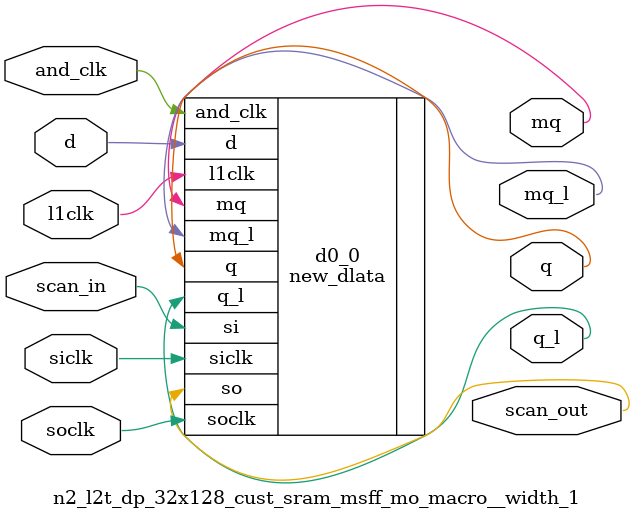
<source format=v>
module n2_l2t_dp_32x128_cust (
  din, 
  rd_wl, 
  wr_wl, 
  read_en, 
  wr_en, 
  tcu_array_wr_inhibit, 
  l2clk, 
  scan_in, 
  tcu_se_scancollar_in, 
  tcu_scan_en, 
  tcu_aclk, 
  tcu_bclk, 
  tcu_pce_ov, 
  pce, 
  dout, 
  scan_out) ;
wire siclk;
wire soclk;
wire stop;
wire pce_ov;
wire l1clk;
wire l1clk_mem;
wire ff_wdata_0_scanin;
wire ff_wdata_0_scanout;
wire [127:0] wrdata_d1;
wire ff_wdata_1_scanin;
wire ff_wdata_1_scanout;
wire ff_wr_en_scanin;
wire ff_wr_en_scanout;
wire wr_en_d1;
wire ff_wr_wl_scanin;
wire ff_wr_wl_scanout;
wire [31:0] wr_wl_d1;
wire ff_ren_scanin;
wire ff_ren_scanout;
wire ff_ren0_unused;
wire ff_ren1_unused;
wire ff_ren2_unused;
wire ren_d1;
wire ff_rd_wl_scanin;
wire ff_rd_wl_scanout;
wire [31:0] rd_wl_d1;


input [127:0]  	din; 		// data input
input [31:0]    rd_wl;   	// read addr 
input [31:0]	wr_wl;  	// write addr
input          	read_en;  
input	  	wr_en;		//   used in conjunction with
     				//  word_wen and byte_wen 
input	  	tcu_array_wr_inhibit ; 	// gates off writes during SCAN.
input          	l2clk;
input          	scan_in; 

input	  	tcu_se_scancollar_in; // hold scan in data.
input	  	tcu_scan_en; // hold scan in data.
input          	tcu_aclk;
input          	tcu_bclk;

input          	tcu_pce_ov;
input          	pce;



output [127:0] 	dout;
output         	scan_out;

// JDL 05/17/07
// synopsys translate_off

wire   [127:0] dout_array;

assign dout[127:0] = dout_array[127:0];

// scan chain connections ////
assign siclk = tcu_aclk;
assign soclk = tcu_bclk;
assign stop  = 1'b0;
assign pce_ov = tcu_pce_ov;

//// Input Flops /////
n2_l2t_dp_32x128_cust_l1clkhdr_ctl_macro	clkgen_clk_en
	(
	.l2clk	(l2clk	),
	.l1en	(pce	),
	.pce_ov (pce_ov	),
	.stop	(stop	),
	.se	(tcu_se_scancollar_in),
	.l1clk	(l1clk	)
	);

n2_l2t_dp_32x128_cust_l1clkhdr_ctl_macro      clkgen_clk_en0
        (
        .l2clk  (l2clk  ),
        .l1en   (pce    ),
        .pce_ov (pce_ov ),
        .stop   (stop   ),
        .se     (tcu_scan_en),
        .l1clk  (l1clk_mem  )
        );




n2_l2t_dp_32x128_cust_msff_ctl_macro__scanreverse_1__width_64 ff_wdata_0     
	(
	.scan_in(ff_wdata_0_scanin),
	.scan_out(ff_wdata_0_scanout),
	.l1clk(l1clk),
	.din(din[63:0]),
	.dout(wrdata_d1[63:0]),
  .siclk(siclk),
  .soclk(soclk)
	);

n2_l2t_dp_32x128_cust_msff_ctl_macro__scanreverse_1__width_64 ff_wdata_1  
	(
        .scan_in(ff_wdata_1_scanin),
        .scan_out(ff_wdata_1_scanout),
        .l1clk(l1clk),
        .din(din[127:64]),
        .dout(wrdata_d1[127:64]),
  .siclk(siclk),
  .soclk(soclk)
        );


n2_l2t_dp_32x128_cust_msff_ctl_macro__width_1 ff_wr_en  
	 (
         .scan_in(ff_wr_en_scanin),
         .scan_out(ff_wr_en_scanout),
         .l1clk(l1clk),
         .din(wr_en),
         .dout(wr_en_d1),
  .siclk(siclk),
  .soclk(soclk)
         );


n2_l2t_dp_32x128_cust_msff_ctl_macro__width_32 ff_wr_wl  
	 (
          .scan_in(ff_wr_wl_scanin),
          .scan_out(ff_wr_wl_scanout),
          .l1clk(l1clk),
          .din(wr_wl[31:0]),
	  .dout(wr_wl_d1[31:0]),
  .siclk(siclk),
  .soclk(soclk)
         );


n2_l2t_dp_32x128_cust_sram_msff_mo_macro__width_1 ff_ren  
	 (
         .scan_in(ff_ren_scanin),
         .scan_out(ff_ren_scanout),
         .l1clk(l1clk),
	 .and_clk(l1clk_mem),
	 .q(ff_ren0_unused),
	 .q_l(ff_ren1_unused),
	 .mq_l(ff_ren2_unused),
         .d(read_en),
         .mq(ren_d1),
  .siclk(siclk),
  .soclk(soclk)
         );


n2_l2t_dp_32x128_cust_msff_ctl_macro__width_32 ff_rd_wl  
	 (
         .scan_in(ff_rd_wl_scanin),
         .scan_out(ff_rd_wl_scanout),
         .l1clk(l1clk),
         .din(rd_wl[31:0]),
         .dout(rd_wl_d1[31:0]),
  .siclk(siclk),
  .soclk(soclk)
         );


//msff_ctl_macro ff_tcu_array_wr_inhibit (width=1)
//	(  // not a real flop ( only used as a trigger ). Works only for accesses made in PH1
//        .scan_in(ff_tcu_se_scanin),
//        .scan_out(ff_tcu_se_scanout),
//        .l1clk(l1clk),
//        .din(tcu_array_wr_inhibit),
//        .dout(tcu_se_d1)
//        );
//

/// Memory array ////

n2_l2t_dp_32x128_cust_array array (
                .wr_en (wr_en_d1),
		.rd_en (ren_d1),
		.l1clk (l1clk_mem),
                .wr_addr(wr_wl_d1[31:0]),
                .rd_addr(rd_wl_d1[31:0]),
                .din(wrdata_d1[127:0]),
                .dout(dout_array[127:0]),
                .write_disable(tcu_array_wr_inhibit)
                 );

// fixscan start:
assign ff_wr_en_scanin           = scan_in       	;
assign ff_ren_scanin             = ff_wr_en_scanout	;
assign ff_rd_wl_scanin           = ff_ren_scanout	;
assign ff_wr_wl_scanin           = ff_rd_wl_scanout	;
assign ff_wdata_0_scanin         = ff_wr_wl_scanout	;
assign ff_wdata_1_scanin         = ff_wdata_0_scanout	;
assign scan_out          	 = ff_wdata_1_scanout	;
//assign scan_out			 = ff_tcu_se_scanout	;
// fixscan end:

// synopsys translate_on

endmodule
//////////////////////////////////////////////////////////////////////
//////////////////////////////////////////////////////////////////////
//////////////////////////////////////////////////////////////////////
//		ARRAY MODELLING					    //
//////////////////////////////////////////////////////////////////////
//////////////////////////////////////////////////////////////////////
//////////////////////////////////////////////////////////////////////
//////////////////////////////////////////////////////////////////////


module n2_l2t_dp_32x128_cust_array (
  wr_en, 
  rd_en, 
  l1clk, 
  wr_addr, 
  rd_addr, 
  write_disable, 
  din, 
  dout) ;

input 		wr_en;
input 		rd_en;
input 		l1clk;
input 	[31:0] 	wr_addr;
input 	[31:0] 	rd_addr;
input 		write_disable;
input 	[127:0] din;

output 	[127:0] dout;

// memory array
reg [127:0]  	inq_ary [31:0];
// internal variable
reg 	[127:0] temp; 
reg	[127:0]	data_in;
reg 	[4:0]   rdptr_d1; 
reg	[4:0]	wrptr_d1;
reg 	[127:0] dout;

reg 	[127:0] rd_data;

`ifndef NOINITMEM
// Emulate reset
integer i;
initial begin
  for (i=0; i<32; i=i+1) begin
   inq_ary[i] = {128{1'b0}};
  end
end
`endif

 















//////////////////////////////////////////////////////////////////////
// Read Operation
//////////////////////////////////////////////////////////////////////


always @(rd_addr or rd_en or write_disable or wr_en or wr_addr or l1clk)
begin


	// ---- \/ added the write_disable qual on 11/11 \/------
           if (l1clk )  begin

             if (rd_en & ~write_disable) begin  

		case(rd_addr & {32{~write_disable}})
          		32'b0000_0000_0000_0000_0000_0000_0000_0000: ;  // do nothing
          		32'b0000_0000_0000_0000_0000_0000_0000_0001: rdptr_d1     = 5'b00000;
          		32'b0000_0000_0000_0000_0000_0000_0000_0010: rdptr_d1     = 5'b00001;
          		32'b0000_0000_0000_0000_0000_0000_0000_0100: rdptr_d1     = 5'b00010;
          		32'b0000_0000_0000_0000_0000_0000_0000_1000: rdptr_d1     = 5'b00011;
          		32'b0000_0000_0000_0000_0000_0000_0001_0000: rdptr_d1     = 5'b00100;
          		32'b0000_0000_0000_0000_0000_0000_0010_0000: rdptr_d1     = 5'b00101;
          		32'b0000_0000_0000_0000_0000_0000_0100_0000: rdptr_d1     = 5'b00110;
          		32'b0000_0000_0000_0000_0000_0000_1000_0000: rdptr_d1     = 5'b00111;
          		32'b0000_0000_0000_0000_0000_0001_0000_0000: rdptr_d1     = 5'b01000;
          		32'b0000_0000_0000_0000_0000_0010_0000_0000: rdptr_d1     = 5'b01001;
          		32'b0000_0000_0000_0000_0000_0100_0000_0000: rdptr_d1     = 5'b01010;
          		32'b0000_0000_0000_0000_0000_1000_0000_0000: rdptr_d1     = 5'b01011;
          		32'b0000_0000_0000_0000_0001_0000_0000_0000: rdptr_d1     = 5'b01100;
          		32'b0000_0000_0000_0000_0010_0000_0000_0000: rdptr_d1     = 5'b01101;
          		32'b0000_0000_0000_0000_0100_0000_0000_0000: rdptr_d1     = 5'b01110;
          		32'b0000_0000_0000_0000_1000_0000_0000_0000: rdptr_d1     = 5'b01111;
          		32'b0000_0000_0000_0001_0000_0000_0000_0000: rdptr_d1     = 5'b10000;
          		32'b0000_0000_0000_0010_0000_0000_0000_0000: rdptr_d1     = 5'b10001;
          		32'b0000_0000_0000_0100_0000_0000_0000_0000: rdptr_d1     = 5'b10010;
          		32'b0000_0000_0000_1000_0000_0000_0000_0000: rdptr_d1     = 5'b10011;
          		32'b0000_0000_0001_0000_0000_0000_0000_0000: rdptr_d1     = 5'b10100;
          		32'b0000_0000_0010_0000_0000_0000_0000_0000: rdptr_d1     = 5'b10101;
          		32'b0000_0000_0100_0000_0000_0000_0000_0000: rdptr_d1     = 5'b10110;
          		32'b0000_0000_1000_0000_0000_0000_0000_0000: rdptr_d1     = 5'b10111;
          		32'b0000_0001_0000_0000_0000_0000_0000_0000: rdptr_d1     = 5'b11000;
          		32'b0000_0010_0000_0000_0000_0000_0000_0000: rdptr_d1     = 5'b11001;
          		32'b0000_0100_0000_0000_0000_0000_0000_0000: rdptr_d1     = 5'b11010;
          		32'b0000_1000_0000_0000_0000_0000_0000_0000: rdptr_d1     = 5'b11011;
          		32'b0001_0000_0000_0000_0000_0000_0000_0000: rdptr_d1     = 5'b11100;
          		32'b0010_0000_0000_0000_0000_0000_0000_0000: rdptr_d1     = 5'b11101;
          		32'b0100_0000_0000_0000_0000_0000_0000_0000: rdptr_d1     = 5'b11110;
          		32'b1000_0000_0000_0000_0000_0000_0000_0000: rdptr_d1     = 5'b11111;
         		default: rdptr_d1 = 5'bx ; 
       		endcase
                      rd_data = inq_ary[rdptr_d1];
                      dout = rd_data;

                end 
                //else      
                      //dout[127:0] = 128'h0 ;
            end  //l1clk
end // always @ (...


//////////////////////////////////////////////////////////////////////
// Write Operation
//////////////////////////////////////////////////////////////////////
always @ (write_disable or wr_en or wr_addr or din or l1clk)
begin


	//`ifdef  INNO_MUXEX
		if((wr_en==1'bx) & ~l1clk) 
		begin
			// do nothing
		end
	//`endif
	 	else if(wr_en & ~write_disable & ~l1clk)  
		begin
			case(wr_addr)
		          32'b0000_0000_0000_0000_0000_0000_0000_0000: ;  // do nothing
		          32'b0000_0000_0000_0000_0000_0000_0000_0001: wrptr_d1     = 5'b00000;
		          32'b0000_0000_0000_0000_0000_0000_0000_0010: wrptr_d1     = 5'b00001;
		          32'b0000_0000_0000_0000_0000_0000_0000_0100: wrptr_d1     = 5'b00010;
		          32'b0000_0000_0000_0000_0000_0000_0000_1000: wrptr_d1     = 5'b00011;
		          32'b0000_0000_0000_0000_0000_0000_0001_0000: wrptr_d1     = 5'b00100;
		          32'b0000_0000_0000_0000_0000_0000_0010_0000: wrptr_d1     = 5'b00101;
		          32'b0000_0000_0000_0000_0000_0000_0100_0000: wrptr_d1     = 5'b00110;
		          32'b0000_0000_0000_0000_0000_0000_1000_0000: wrptr_d1     = 5'b00111;
		          32'b0000_0000_0000_0000_0000_0001_0000_0000: wrptr_d1     = 5'b01000;
		          32'b0000_0000_0000_0000_0000_0010_0000_0000: wrptr_d1     = 5'b01001;
		          32'b0000_0000_0000_0000_0000_0100_0000_0000: wrptr_d1     = 5'b01010;
		          32'b0000_0000_0000_0000_0000_1000_0000_0000: wrptr_d1     = 5'b01011;
		          32'b0000_0000_0000_0000_0001_0000_0000_0000: wrptr_d1     = 5'b01100;
		          32'b0000_0000_0000_0000_0010_0000_0000_0000: wrptr_d1     = 5'b01101;
		          32'b0000_0000_0000_0000_0100_0000_0000_0000: wrptr_d1     = 5'b01110;
		          32'b0000_0000_0000_0000_1000_0000_0000_0000: wrptr_d1     = 5'b01111;
		          32'b0000_0000_0000_0001_0000_0000_0000_0000: wrptr_d1     = 5'b10000;
		          32'b0000_0000_0000_0010_0000_0000_0000_0000: wrptr_d1     = 5'b10001;
		          32'b0000_0000_0000_0100_0000_0000_0000_0000: wrptr_d1     = 5'b10010;
		          32'b0000_0000_0000_1000_0000_0000_0000_0000: wrptr_d1     = 5'b10011;
		          32'b0000_0000_0001_0000_0000_0000_0000_0000: wrptr_d1     = 5'b10100;
		          32'b0000_0000_0010_0000_0000_0000_0000_0000: wrptr_d1     = 5'b10101;
		          32'b0000_0000_0100_0000_0000_0000_0000_0000: wrptr_d1     = 5'b10110;
		          32'b0000_0000_1000_0000_0000_0000_0000_0000: wrptr_d1     = 5'b10111;
		          32'b0000_0001_0000_0000_0000_0000_0000_0000: wrptr_d1     = 5'b11000;
		          32'b0000_0010_0000_0000_0000_0000_0000_0000: wrptr_d1     = 5'b11001;
		          32'b0000_0100_0000_0000_0000_0000_0000_0000: wrptr_d1     = 5'b11010;
		          32'b0000_1000_0000_0000_0000_0000_0000_0000: wrptr_d1     = 5'b11011;
		          32'b0001_0000_0000_0000_0000_0000_0000_0000: wrptr_d1     = 5'b11100;
		          32'b0010_0000_0000_0000_0000_0000_0000_0000: wrptr_d1     = 5'b11101;
		          32'b0100_0000_0000_0000_0000_0000_0000_0000: wrptr_d1     = 5'b11110;
		          32'b1000_0000_0000_0000_0000_0000_0000_0000: wrptr_d1     = 5'b11111;
          		  default:  wrptr_d1= 5'bx ; 
			endcase
			//`ifdef  INNO_MUXEX
			      if(wr_addr!=32'b0)
             			inq_ary[wrptr_d1] = din ;
			//`else
	 		else   
			begin
		       if(wr_addr!=32'b0)
             			inq_ary[wrptr_d1] = din ;
         		end
			//`endif
	 	end	
	 	else  
		begin
			// do nothing
	 	end	

end // always @ (...

endmodule // rf_32x128d






// any PARAMS parms go into naming of macro

module n2_l2t_dp_32x128_cust_l1clkhdr_ctl_macro (
  l2clk, 
  l1en, 
  pce_ov, 
  stop, 
  se, 
  l1clk);


  input l2clk;
  input l1en;
  input pce_ov;
  input stop;
  input se;
  output l1clk;



 

cl_sc1_l1hdr_8x c_0 (


   .l2clk(l2clk),
   .pce(l1en),
   .l1clk(l1clk),
  .se(se),
  .pce_ov(pce_ov),
  .stop(stop)
);



endmodule













// any PARAMS parms go into naming of macro

module n2_l2t_dp_32x128_cust_msff_ctl_macro__scanreverse_1__width_64 (
  din, 
  l1clk, 
  scan_in, 
  siclk, 
  soclk, 
  dout, 
  scan_out);
wire [63:0] fdin;
wire [0:62] so;

  input [63:0] din;
  input l1clk;
  input scan_in;


  input siclk;
  input soclk;

  output [63:0] dout;
  output scan_out;
assign fdin[63:0] = din[63:0];






dff #(64)  d0_0 (
.l1clk(l1clk),
.siclk(siclk),
.soclk(soclk),
.d(fdin[63:0]),
.si({so[0:62],scan_in}),
.so({scan_out,so[0:62]}),
.q(dout[63:0])
);












endmodule













// any PARAMS parms go into naming of macro

module n2_l2t_dp_32x128_cust_msff_ctl_macro__width_1 (
  din, 
  l1clk, 
  scan_in, 
  siclk, 
  soclk, 
  dout, 
  scan_out);
wire [0:0] fdin;

  input [0:0] din;
  input l1clk;
  input scan_in;


  input siclk;
  input soclk;

  output [0:0] dout;
  output scan_out;
assign fdin[0:0] = din[0:0];






dff #(1)  d0_0 (
.l1clk(l1clk),
.siclk(siclk),
.soclk(soclk),
.d(fdin[0:0]),
.si(scan_in),
.so(scan_out),
.q(dout[0:0])
);












endmodule













// any PARAMS parms go into naming of macro

module n2_l2t_dp_32x128_cust_msff_ctl_macro__width_32 (
  din, 
  l1clk, 
  scan_in, 
  siclk, 
  soclk, 
  dout, 
  scan_out);
wire [31:0] fdin;
wire [30:0] so;

  input [31:0] din;
  input l1clk;
  input scan_in;


  input siclk;
  input soclk;

  output [31:0] dout;
  output scan_out;
assign fdin[31:0] = din[31:0];






dff #(32)  d0_0 (
.l1clk(l1clk),
.siclk(siclk),
.soclk(soclk),
.d(fdin[31:0]),
.si({scan_in,so[30:0]}),
.so({so[30:0],scan_out}),
.q(dout[31:0])
);












endmodule









//
//   macro for cl_mc1_sram_msff_mo_{16,8,4}x flops
//
//





module n2_l2t_dp_32x128_cust_sram_msff_mo_macro__width_1 (
  d, 
  scan_in, 
  l1clk, 
  and_clk, 
  siclk, 
  soclk, 
  mq, 
  mq_l, 
  scan_out, 
  q, 
  q_l);
input [0:0] d;
  input scan_in;
input l1clk;
input and_clk;
input siclk;
input soclk;
output [0:0] mq;
output [0:0] mq_l;
  output scan_out;
output [0:0] q;
output [0:0] q_l;






new_dlata #(1)  d0_0 (
.d(d[0:0]),
.si(scan_in),
.so(scan_out),
.l1clk(l1clk),
.and_clk(and_clk),
.siclk(siclk),
.soclk(soclk),
.q(q[0:0]),
.q_l(q_l[0:0]),
.mq(mq[0:0]),
.mq_l(mq_l[0:0])
);










//place::generic_place($width,$stack,$left);

endmodule





</source>
